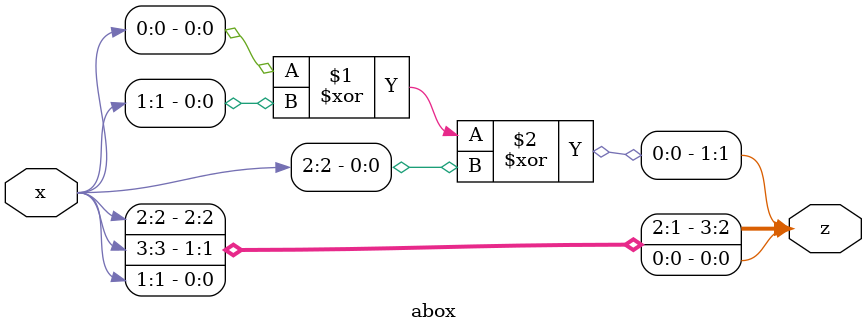
<source format=v>
`timescale 1ns / 1ps
/*
* -----------------------------------------------------------------
* AUTHOR  : Nicolai Müller (nicolai.mueller@rub.de)
* DOCUMENT: "Low-Latency Hardware Masking of PRINCE" (COSADE 2021)
* -----------------------------------------------------------------
*
* Copyright (c) 2021, Nicolai Müller
*
* All rights reserved.
*
* THIS SOFTWARE IS PROVIDED BY THE COPYRIGHT HOLDERS AND CONTRIBUTORS "AS IS" AND
* ANY EXPRESS OR IMPLIED WARRANTIES, INCLUDING, BUT NOT LIMITED TO, THE IMPLIED
* WARRANTIES OF MERCHANTABILITY AND FITNESS FOR A PARTICULAR PURPOSE ARE
* DISCLAIMED. IN NO EVENT SHALL THE COPYRIGHT HOLDER OR CONTRIBUTERS BE LIABLE FOR ANY
* DIRECT, INDIRECT, INCIDENTAL, SPECIAL, EXEMPLARY, OR CONSEQUENTIAL DAMAGES
* (INCLUDING, BUT NOT LIMITED TO, PROCUREMENT OF SUBSTITUTE GOODS OR SERVICES;
* LOSS OF USE, DATA, OR PROFITS; OR BUSINESS INTERRUPTION) HOWEVER CAUSED AND
* ON ANY THEORY OF LIABILITY, WHETHER IN CONTRACT, STRICT LIABILITY, OR TORT
* (INCLUDING NEGLIGENCE OR OTHERWISE) ARISING IN ANY WAY OUT OF THE USE OF THIS
* SOFTWARE, EVEN IF ADVISED OF THE POSSIBILITY OF SUCH DAMAGE.
*
* Please see LICENSE and README for license and further instructions.
*/

module abox(
    input [3:0] x,
    output [3:0] z
    );
    
    assign z[0] = x[1];
    assign z[1] = x[0] ^ x[1] ^ x[2];
    assign z[2] = x[3];
    assign z[3] = x[2];
endmodule

</source>
